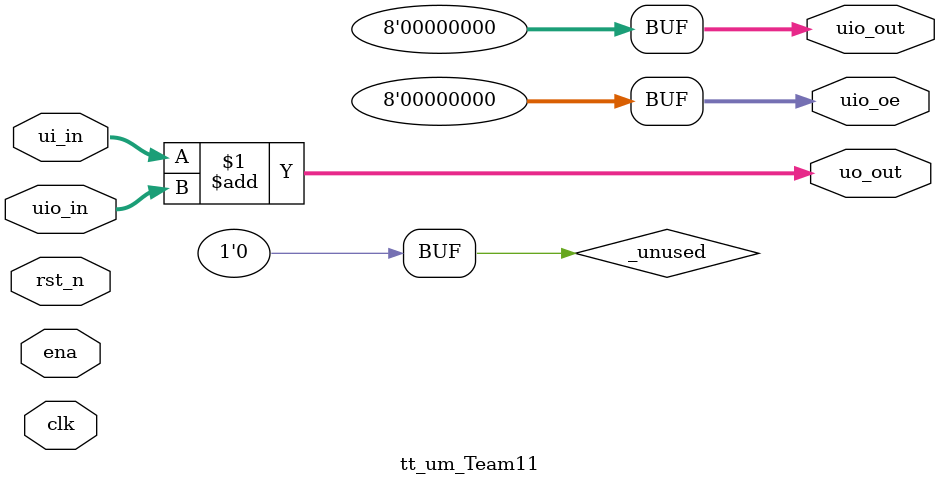
<source format=v>
/*
 * Copyright (c) 2024 Your Name
 * SPDX-License-Identifier: Apache-2.0
 */

`default_nettype none

module tt_um_Team11 (
    input  wire [7:0] ui_in,    // Dedicated inputs
    output wire [7:0] uo_out,   // Dedicated outputs
    input  wire [7:0] uio_in,   // IOs: Input path
    output wire [7:0] uio_out,  // IOs: Output path
    output wire [7:0] uio_oe,   // IOs: Enable path (active high: 0=input, 1=output)
    input  wire       ena,      // always 1 when the design is powered, so you can ignore it
    input  wire       clk,      // clock
    input  wire       rst_n     // reset_n - low to reset
);

  // All output pins must be assigned. If not used, assign to 0.
  assign uo_out  = ui_in + uio_in;  // Example: ou_out is the sum of ui_in and uio_in
  assign uio_out = 0;
  assign uio_oe  = 0;

  // List all unused inputs to prevent warnings
  wire _unused = &{ena, clk, rst_n, 1'b0};

endmodule

</source>
